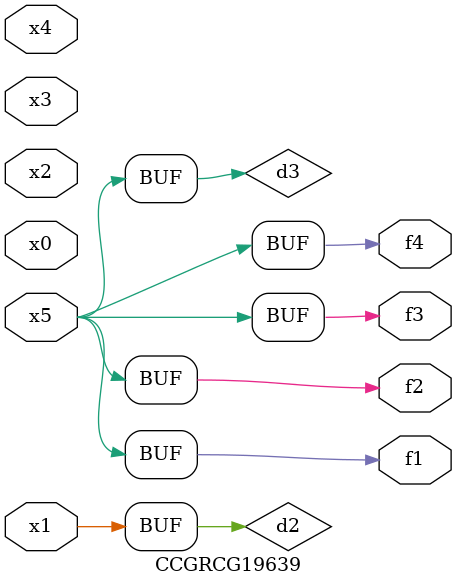
<source format=v>
module CCGRCG19639(
	input x0, x1, x2, x3, x4, x5,
	output f1, f2, f3, f4
);

	wire d1, d2, d3;

	not (d1, x5);
	or (d2, x1);
	xnor (d3, d1);
	assign f1 = d3;
	assign f2 = d3;
	assign f3 = d3;
	assign f4 = d3;
endmodule

</source>
